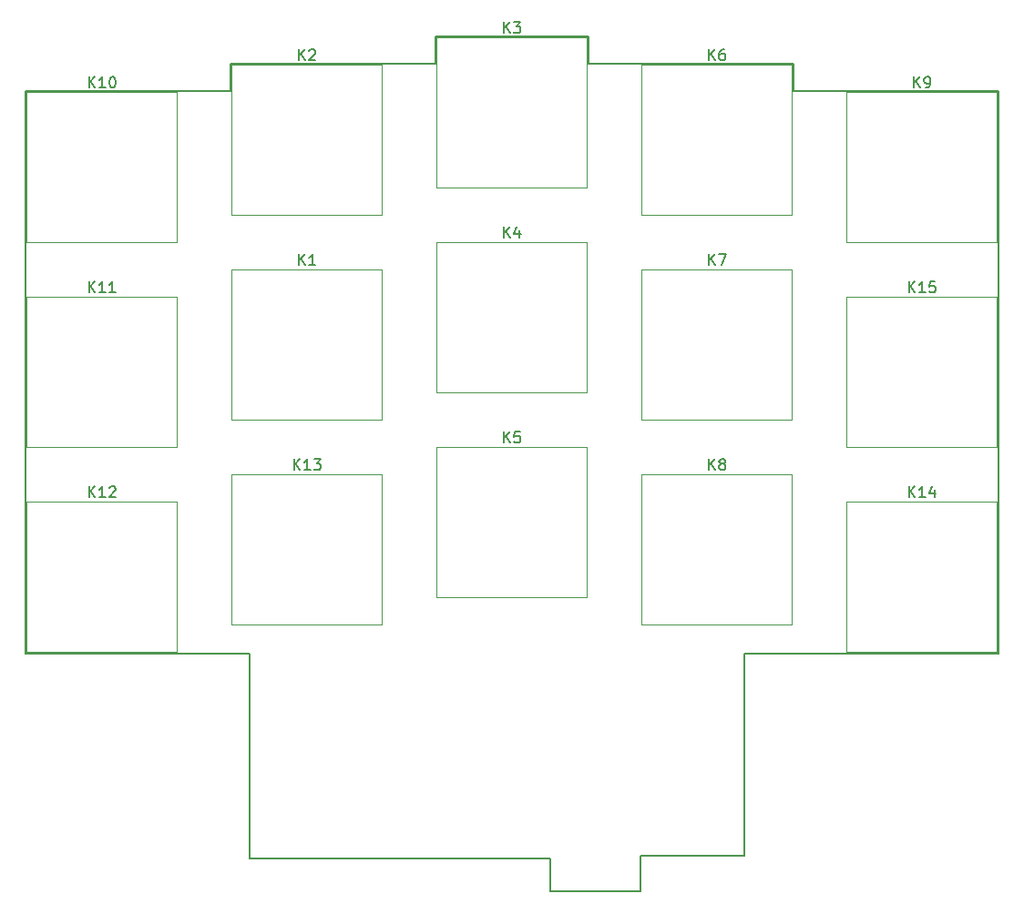
<source format=gbr>
%TF.GenerationSoftware,KiCad,Pcbnew,5.0.1-33cea8e~68~ubuntu18.04.1*%
%TF.CreationDate,2019-01-20T23:44:27+01:00*%
%TF.ProjectId,concertina-v2.1,636F6E63657274696E612D76322E312E,rev?*%
%TF.SameCoordinates,Original*%
%TF.FileFunction,Legend,Top*%
%TF.FilePolarity,Positive*%
%FSLAX46Y46*%
G04 Gerber Fmt 4.6, Leading zero omitted, Abs format (unit mm)*
G04 Created by KiCad (PCBNEW 5.0.1-33cea8e~68~ubuntu18.04.1) date dim. 20 janv. 2019 23:44:27 CET*
%MOMM*%
%LPD*%
G01*
G04 APERTURE LIST*
%ADD10C,0.200000*%
%ADD11C,0.120000*%
%ADD12C,0.150000*%
G04 APERTURE END LIST*
D10*
X172212000Y-109220000D02*
X172212000Y-56896000D01*
X193040000Y-109220000D02*
X172212000Y-109220000D01*
X193040000Y-128270000D02*
X193040000Y-109220000D01*
X220980000Y-128270000D02*
X193040000Y-128270000D01*
X220980000Y-131318000D02*
X220980000Y-128270000D01*
X229362000Y-131318000D02*
X220980000Y-131318000D01*
X229362000Y-128016000D02*
X229362000Y-131318000D01*
X239014000Y-128016000D02*
X229362000Y-128016000D01*
X239014000Y-109220000D02*
X239014000Y-128016000D01*
X262636000Y-109220000D02*
X239014000Y-109220000D01*
X262636000Y-56896000D02*
X262636000Y-109220000D01*
X243586000Y-56896000D02*
X262636000Y-56896000D01*
X243586000Y-54356000D02*
X243586000Y-56896000D01*
X224536000Y-54356000D02*
X243586000Y-54356000D01*
X224536000Y-51816000D02*
X224536000Y-54356000D01*
X210312000Y-51816000D02*
X224536000Y-51816000D01*
X210312000Y-54356000D02*
X210312000Y-51816000D01*
X191262000Y-54356000D02*
X210312000Y-54356000D01*
X191262000Y-56896000D02*
X191262000Y-54356000D01*
X172212000Y-56896000D02*
X191262000Y-56896000D01*
D11*
X248539000Y-70993000D02*
X248539000Y-57023000D01*
X262509000Y-70993000D02*
X248539000Y-70993000D01*
X262509000Y-57023000D02*
X262509000Y-70993000D01*
X248539000Y-57023000D02*
X262509000Y-57023000D01*
X191389000Y-73533000D02*
X205359000Y-73533000D01*
X205359000Y-73533000D02*
X205359000Y-87503000D01*
X205359000Y-87503000D02*
X191389000Y-87503000D01*
X191389000Y-87503000D02*
X191389000Y-73533000D01*
X191389000Y-68453000D02*
X191389000Y-54483000D01*
X205359000Y-68453000D02*
X191389000Y-68453000D01*
X205359000Y-54483000D02*
X205359000Y-68453000D01*
X191389000Y-54483000D02*
X205359000Y-54483000D01*
X210439000Y-51943000D02*
X224409000Y-51943000D01*
X224409000Y-51943000D02*
X224409000Y-65913000D01*
X224409000Y-65913000D02*
X210439000Y-65913000D01*
X210439000Y-65913000D02*
X210439000Y-51943000D01*
X210439000Y-84963000D02*
X210439000Y-70993000D01*
X224409000Y-84963000D02*
X210439000Y-84963000D01*
X224409000Y-70993000D02*
X224409000Y-84963000D01*
X210439000Y-70993000D02*
X224409000Y-70993000D01*
X210439000Y-90043000D02*
X224409000Y-90043000D01*
X224409000Y-90043000D02*
X224409000Y-104013000D01*
X224409000Y-104013000D02*
X210439000Y-104013000D01*
X210439000Y-104013000D02*
X210439000Y-90043000D01*
X229489000Y-68453000D02*
X229489000Y-54483000D01*
X243459000Y-68453000D02*
X229489000Y-68453000D01*
X243459000Y-54483000D02*
X243459000Y-68453000D01*
X229489000Y-54483000D02*
X243459000Y-54483000D01*
X229489000Y-73533000D02*
X243459000Y-73533000D01*
X243459000Y-73533000D02*
X243459000Y-87503000D01*
X243459000Y-87503000D02*
X229489000Y-87503000D01*
X229489000Y-87503000D02*
X229489000Y-73533000D01*
X229489000Y-92583000D02*
X243459000Y-92583000D01*
X243459000Y-92583000D02*
X243459000Y-106553000D01*
X243459000Y-106553000D02*
X229489000Y-106553000D01*
X229489000Y-106553000D02*
X229489000Y-92583000D01*
X172339000Y-57023000D02*
X186309000Y-57023000D01*
X186309000Y-57023000D02*
X186309000Y-70993000D01*
X186309000Y-70993000D02*
X172339000Y-70993000D01*
X172339000Y-70993000D02*
X172339000Y-57023000D01*
X172339000Y-76073000D02*
X186309000Y-76073000D01*
X186309000Y-76073000D02*
X186309000Y-90043000D01*
X186309000Y-90043000D02*
X172339000Y-90043000D01*
X172339000Y-90043000D02*
X172339000Y-76073000D01*
X172339000Y-109093000D02*
X172339000Y-95123000D01*
X186309000Y-109093000D02*
X172339000Y-109093000D01*
X186309000Y-95123000D02*
X186309000Y-109093000D01*
X172339000Y-95123000D02*
X186309000Y-95123000D01*
X191389000Y-106553000D02*
X191389000Y-92583000D01*
X205359000Y-106553000D02*
X191389000Y-106553000D01*
X205359000Y-92583000D02*
X205359000Y-106553000D01*
X191389000Y-92583000D02*
X205359000Y-92583000D01*
X248539000Y-109093000D02*
X248539000Y-95123000D01*
X262509000Y-109093000D02*
X248539000Y-109093000D01*
X262509000Y-95123000D02*
X262509000Y-109093000D01*
X248539000Y-95123000D02*
X262509000Y-95123000D01*
X248539000Y-76073000D02*
X262509000Y-76073000D01*
X262509000Y-76073000D02*
X262509000Y-90043000D01*
X262509000Y-90043000D02*
X248539000Y-90043000D01*
X248539000Y-90043000D02*
X248539000Y-76073000D01*
D12*
X254785904Y-56586380D02*
X254785904Y-55586380D01*
X255357333Y-56586380D02*
X254928761Y-56014952D01*
X255357333Y-55586380D02*
X254785904Y-56157809D01*
X255833523Y-56586380D02*
X256024000Y-56586380D01*
X256119238Y-56538761D01*
X256166857Y-56491142D01*
X256262095Y-56348285D01*
X256309714Y-56157809D01*
X256309714Y-55776857D01*
X256262095Y-55681619D01*
X256214476Y-55634000D01*
X256119238Y-55586380D01*
X255928761Y-55586380D01*
X255833523Y-55634000D01*
X255785904Y-55681619D01*
X255738285Y-55776857D01*
X255738285Y-56014952D01*
X255785904Y-56110190D01*
X255833523Y-56157809D01*
X255928761Y-56205428D01*
X256119238Y-56205428D01*
X256214476Y-56157809D01*
X256262095Y-56110190D01*
X256309714Y-56014952D01*
X197635904Y-73096380D02*
X197635904Y-72096380D01*
X198207333Y-73096380D02*
X197778761Y-72524952D01*
X198207333Y-72096380D02*
X197635904Y-72667809D01*
X199159714Y-73096380D02*
X198588285Y-73096380D01*
X198874000Y-73096380D02*
X198874000Y-72096380D01*
X198778761Y-72239238D01*
X198683523Y-72334476D01*
X198588285Y-72382095D01*
X197635904Y-54046380D02*
X197635904Y-53046380D01*
X198207333Y-54046380D02*
X197778761Y-53474952D01*
X198207333Y-53046380D02*
X197635904Y-53617809D01*
X198588285Y-53141619D02*
X198635904Y-53094000D01*
X198731142Y-53046380D01*
X198969238Y-53046380D01*
X199064476Y-53094000D01*
X199112095Y-53141619D01*
X199159714Y-53236857D01*
X199159714Y-53332095D01*
X199112095Y-53474952D01*
X198540666Y-54046380D01*
X199159714Y-54046380D01*
X216685904Y-51506380D02*
X216685904Y-50506380D01*
X217257333Y-51506380D02*
X216828761Y-50934952D01*
X217257333Y-50506380D02*
X216685904Y-51077809D01*
X217590666Y-50506380D02*
X218209714Y-50506380D01*
X217876380Y-50887333D01*
X218019238Y-50887333D01*
X218114476Y-50934952D01*
X218162095Y-50982571D01*
X218209714Y-51077809D01*
X218209714Y-51315904D01*
X218162095Y-51411142D01*
X218114476Y-51458761D01*
X218019238Y-51506380D01*
X217733523Y-51506380D01*
X217638285Y-51458761D01*
X217590666Y-51411142D01*
X216685904Y-70556380D02*
X216685904Y-69556380D01*
X217257333Y-70556380D02*
X216828761Y-69984952D01*
X217257333Y-69556380D02*
X216685904Y-70127809D01*
X218114476Y-69889714D02*
X218114476Y-70556380D01*
X217876380Y-69508761D02*
X217638285Y-70223047D01*
X218257333Y-70223047D01*
X216685904Y-89606380D02*
X216685904Y-88606380D01*
X217257333Y-89606380D02*
X216828761Y-89034952D01*
X217257333Y-88606380D02*
X216685904Y-89177809D01*
X218162095Y-88606380D02*
X217685904Y-88606380D01*
X217638285Y-89082571D01*
X217685904Y-89034952D01*
X217781142Y-88987333D01*
X218019238Y-88987333D01*
X218114476Y-89034952D01*
X218162095Y-89082571D01*
X218209714Y-89177809D01*
X218209714Y-89415904D01*
X218162095Y-89511142D01*
X218114476Y-89558761D01*
X218019238Y-89606380D01*
X217781142Y-89606380D01*
X217685904Y-89558761D01*
X217638285Y-89511142D01*
X235735904Y-54046380D02*
X235735904Y-53046380D01*
X236307333Y-54046380D02*
X235878761Y-53474952D01*
X236307333Y-53046380D02*
X235735904Y-53617809D01*
X237164476Y-53046380D02*
X236974000Y-53046380D01*
X236878761Y-53094000D01*
X236831142Y-53141619D01*
X236735904Y-53284476D01*
X236688285Y-53474952D01*
X236688285Y-53855904D01*
X236735904Y-53951142D01*
X236783523Y-53998761D01*
X236878761Y-54046380D01*
X237069238Y-54046380D01*
X237164476Y-53998761D01*
X237212095Y-53951142D01*
X237259714Y-53855904D01*
X237259714Y-53617809D01*
X237212095Y-53522571D01*
X237164476Y-53474952D01*
X237069238Y-53427333D01*
X236878761Y-53427333D01*
X236783523Y-53474952D01*
X236735904Y-53522571D01*
X236688285Y-53617809D01*
X235735904Y-73096380D02*
X235735904Y-72096380D01*
X236307333Y-73096380D02*
X235878761Y-72524952D01*
X236307333Y-72096380D02*
X235735904Y-72667809D01*
X236640666Y-72096380D02*
X237307333Y-72096380D01*
X236878761Y-73096380D01*
X235735904Y-92146380D02*
X235735904Y-91146380D01*
X236307333Y-92146380D02*
X235878761Y-91574952D01*
X236307333Y-91146380D02*
X235735904Y-91717809D01*
X236878761Y-91574952D02*
X236783523Y-91527333D01*
X236735904Y-91479714D01*
X236688285Y-91384476D01*
X236688285Y-91336857D01*
X236735904Y-91241619D01*
X236783523Y-91194000D01*
X236878761Y-91146380D01*
X237069238Y-91146380D01*
X237164476Y-91194000D01*
X237212095Y-91241619D01*
X237259714Y-91336857D01*
X237259714Y-91384476D01*
X237212095Y-91479714D01*
X237164476Y-91527333D01*
X237069238Y-91574952D01*
X236878761Y-91574952D01*
X236783523Y-91622571D01*
X236735904Y-91670190D01*
X236688285Y-91765428D01*
X236688285Y-91955904D01*
X236735904Y-92051142D01*
X236783523Y-92098761D01*
X236878761Y-92146380D01*
X237069238Y-92146380D01*
X237164476Y-92098761D01*
X237212095Y-92051142D01*
X237259714Y-91955904D01*
X237259714Y-91765428D01*
X237212095Y-91670190D01*
X237164476Y-91622571D01*
X237069238Y-91574952D01*
X178109714Y-56586380D02*
X178109714Y-55586380D01*
X178681142Y-56586380D02*
X178252571Y-56014952D01*
X178681142Y-55586380D02*
X178109714Y-56157809D01*
X179633523Y-56586380D02*
X179062095Y-56586380D01*
X179347809Y-56586380D02*
X179347809Y-55586380D01*
X179252571Y-55729238D01*
X179157333Y-55824476D01*
X179062095Y-55872095D01*
X180252571Y-55586380D02*
X180347809Y-55586380D01*
X180443047Y-55634000D01*
X180490666Y-55681619D01*
X180538285Y-55776857D01*
X180585904Y-55967333D01*
X180585904Y-56205428D01*
X180538285Y-56395904D01*
X180490666Y-56491142D01*
X180443047Y-56538761D01*
X180347809Y-56586380D01*
X180252571Y-56586380D01*
X180157333Y-56538761D01*
X180109714Y-56491142D01*
X180062095Y-56395904D01*
X180014476Y-56205428D01*
X180014476Y-55967333D01*
X180062095Y-55776857D01*
X180109714Y-55681619D01*
X180157333Y-55634000D01*
X180252571Y-55586380D01*
X178109714Y-75636380D02*
X178109714Y-74636380D01*
X178681142Y-75636380D02*
X178252571Y-75064952D01*
X178681142Y-74636380D02*
X178109714Y-75207809D01*
X179633523Y-75636380D02*
X179062095Y-75636380D01*
X179347809Y-75636380D02*
X179347809Y-74636380D01*
X179252571Y-74779238D01*
X179157333Y-74874476D01*
X179062095Y-74922095D01*
X180585904Y-75636380D02*
X180014476Y-75636380D01*
X180300190Y-75636380D02*
X180300190Y-74636380D01*
X180204952Y-74779238D01*
X180109714Y-74874476D01*
X180014476Y-74922095D01*
X178109714Y-94686380D02*
X178109714Y-93686380D01*
X178681142Y-94686380D02*
X178252571Y-94114952D01*
X178681142Y-93686380D02*
X178109714Y-94257809D01*
X179633523Y-94686380D02*
X179062095Y-94686380D01*
X179347809Y-94686380D02*
X179347809Y-93686380D01*
X179252571Y-93829238D01*
X179157333Y-93924476D01*
X179062095Y-93972095D01*
X180014476Y-93781619D02*
X180062095Y-93734000D01*
X180157333Y-93686380D01*
X180395428Y-93686380D01*
X180490666Y-93734000D01*
X180538285Y-93781619D01*
X180585904Y-93876857D01*
X180585904Y-93972095D01*
X180538285Y-94114952D01*
X179966857Y-94686380D01*
X180585904Y-94686380D01*
X197159714Y-92146380D02*
X197159714Y-91146380D01*
X197731142Y-92146380D02*
X197302571Y-91574952D01*
X197731142Y-91146380D02*
X197159714Y-91717809D01*
X198683523Y-92146380D02*
X198112095Y-92146380D01*
X198397809Y-92146380D02*
X198397809Y-91146380D01*
X198302571Y-91289238D01*
X198207333Y-91384476D01*
X198112095Y-91432095D01*
X199016857Y-91146380D02*
X199635904Y-91146380D01*
X199302571Y-91527333D01*
X199445428Y-91527333D01*
X199540666Y-91574952D01*
X199588285Y-91622571D01*
X199635904Y-91717809D01*
X199635904Y-91955904D01*
X199588285Y-92051142D01*
X199540666Y-92098761D01*
X199445428Y-92146380D01*
X199159714Y-92146380D01*
X199064476Y-92098761D01*
X199016857Y-92051142D01*
X254309714Y-94686380D02*
X254309714Y-93686380D01*
X254881142Y-94686380D02*
X254452571Y-94114952D01*
X254881142Y-93686380D02*
X254309714Y-94257809D01*
X255833523Y-94686380D02*
X255262095Y-94686380D01*
X255547809Y-94686380D02*
X255547809Y-93686380D01*
X255452571Y-93829238D01*
X255357333Y-93924476D01*
X255262095Y-93972095D01*
X256690666Y-94019714D02*
X256690666Y-94686380D01*
X256452571Y-93638761D02*
X256214476Y-94353047D01*
X256833523Y-94353047D01*
X254309714Y-75636380D02*
X254309714Y-74636380D01*
X254881142Y-75636380D02*
X254452571Y-75064952D01*
X254881142Y-74636380D02*
X254309714Y-75207809D01*
X255833523Y-75636380D02*
X255262095Y-75636380D01*
X255547809Y-75636380D02*
X255547809Y-74636380D01*
X255452571Y-74779238D01*
X255357333Y-74874476D01*
X255262095Y-74922095D01*
X256738285Y-74636380D02*
X256262095Y-74636380D01*
X256214476Y-75112571D01*
X256262095Y-75064952D01*
X256357333Y-75017333D01*
X256595428Y-75017333D01*
X256690666Y-75064952D01*
X256738285Y-75112571D01*
X256785904Y-75207809D01*
X256785904Y-75445904D01*
X256738285Y-75541142D01*
X256690666Y-75588761D01*
X256595428Y-75636380D01*
X256357333Y-75636380D01*
X256262095Y-75588761D01*
X256214476Y-75541142D01*
M02*

</source>
